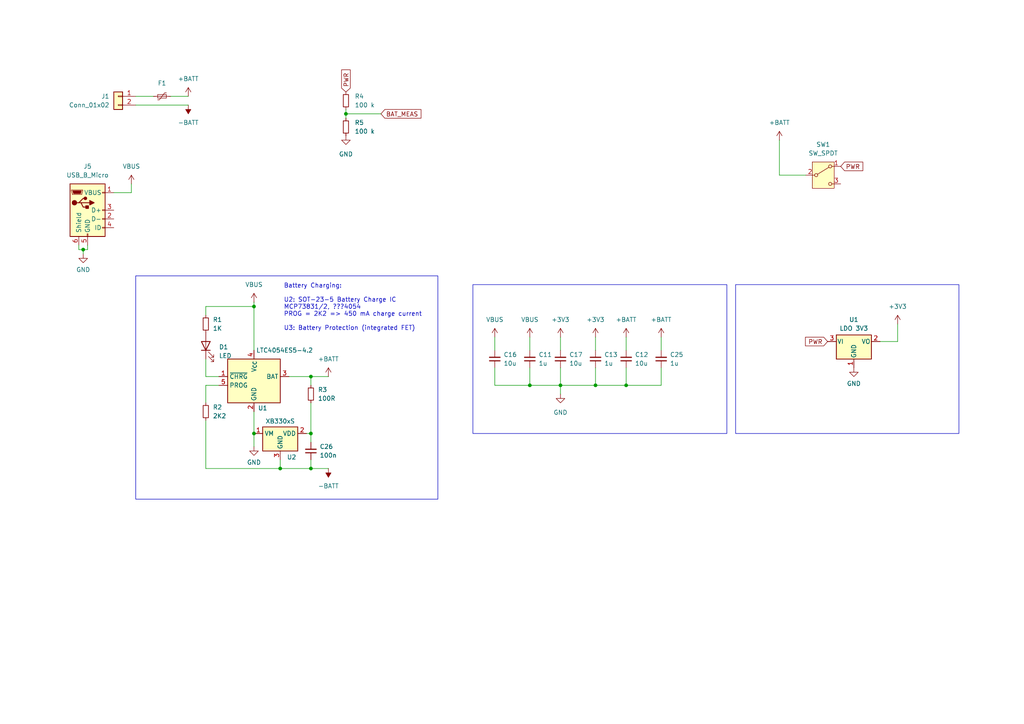
<source format=kicad_sch>
(kicad_sch (version 20231120) (generator "eeschema") (generator_version "8.0")
  (paper "A4")
  (lib_symbols
    (symbol "AvS_Battery_Management:XB330xA"
      (property "Reference" "U" (at -3.81 3.175 0))
      (property "Value" "XB330xS" (at 0 3.175 0))
      (symbol "XB330xA_0_1"
        (rectangle (start -5.08 1.905) (end 5.08 -5.08) (stroke (width 0.254)) (fill (type background)))
      )
      (symbol "XB330xA_1_1"
        (pin power_in line (at -7.62 0 0) (length 2.54) (name "VM") (number "1"))
        (pin power_out line (at 7.62 0 180) (length 2.54) (name "VDD") (number "2"))
        (pin input line (at 0 -7.62 90) (length 2.54) (name "GND") (number "3"))
      )
    )
    (symbol "Battery_Management:LTC4054ES5-4.2"
      (property "Reference" "U" (at -5.842 6.604 0))
      (property "Value" "LTC4054ES5-4.2" (at 1.524 6.604 0))
      (symbol "LTC4054ES5-4.2_0_1"
        (rectangle (start -7.62 5.08) (end 7.62 -7.62) (stroke (width 0.254)) (fill (type background)))
      )
      (symbol "LTC4054ES5-4.2_1_1"
        (pin open_collector line (at -10.16 0 0) (length 2.54) (name "~{CHRG}") (number "1"))
        (pin power_in line (at 0 -10.16 90) (length 2.54) (name "GND") (number "2"))
        (pin power_out line (at 10.16 0 180) (length 2.54) (name "BAT") (number "3"))
        (pin power_in line (at 0 7.62 270) (length 2.54) (name "V_{CC}") (number "4"))
        (pin bidirectional line (at -10.16 -2.54 0) (length 2.54) (name "PROG") (number "5"))
      )
    )
    (symbol "Connector:USB_B_Micro" (pin_names (offset 1.016))
      (property "Reference" "J" (at -5.08 11.43 0))
      (property "Value" "USB_B_Micro" (at -5.08 8.89 0))
      (symbol "USB_B_Micro_0_1"
        (rectangle (start -5.08 -7.62) (end 5.08 7.62) (stroke (width 0.254)) (fill (type background)))
        (circle (center -3.81 2.159) (radius 0.635) (stroke (width 0.254)) (fill (type outline)))
        (circle (center -0.635 3.429) (radius 0.381) (stroke (width 0.254)) (fill (type outline)))
        (rectangle (start -0.127 -7.62) (end 0.127 -6.858))
        (polyline (pts (xy -1.905 2.159) (xy 0.635 2.159)) (stroke (width 0.254)))
        (polyline (pts (xy -3.175 2.159) (xy -2.54 2.159) (xy -1.27 3.429) (xy -0.635 3.429)) (stroke (width 0.254)))
        (polyline (pts (xy -2.54 2.159) (xy -1.905 2.159) (xy -1.27 0.889) (xy 0 0.889)) (stroke (width 0.254)))
        (polyline (pts (xy 0.635 2.794) (xy 0.635 1.524) (xy 1.905 2.159) (xy 0.635 2.794)) (stroke (width 0.254)) (fill (type outline)))
        (polyline (pts (xy -4.318 5.588) (xy -1.778 5.588) (xy -2.032 4.826) (xy -4.064 4.826) (xy -4.318 5.588)) (fill (type outline)))
        (polyline (pts (xy -4.699 5.842) (xy -4.699 5.588) (xy -4.445 4.826) (xy -4.445 4.572) (xy -1.651 4.572) (xy -1.651 4.826) (xy -1.397 5.588) (xy -1.397 5.842) (xy -4.699 5.842)))
        (rectangle (start 0.254 1.27) (end -0.508 0.508) (stroke (width 0.254)) (fill (type outline)))
        (rectangle (start 5.08 -5.207) (end 4.318 -4.953))
        (rectangle (start 5.08 -2.667) (end 4.318 -2.413))
        (rectangle (start 5.08 -0.127) (end 4.318 0.127))
        (rectangle (start 5.08 4.953) (end 4.318 5.207))
      )
      (symbol "USB_B_Micro_1_1"
        (pin power_out line (at 7.62 5.08 180) (length 2.54) (name "VBUS") (number "1"))
        (pin bidirectional line (at 7.62 -2.54 180) (length 2.54) (name "D-") (number "2"))
        (pin bidirectional line (at 7.62 0 180) (length 2.54) (name "D+") (number "3"))
        (pin passive line (at 7.62 -5.08 180) (length 2.54) (name "ID") (number "4"))
        (pin power_out line (at 0 -10.16 90) (length 2.54) (name "GND") (number "5"))
        (pin passive line (at -2.54 -10.16 90) (length 2.54) (name "Shield") (number "6"))
      )
    )
    (symbol "Connector_Generic:Conn_01x02" (pin_names (offset 1.016) hide)
      (property "Reference" "J" (at 0 2.54 0))
      (property "Value" "Conn_01x02" (at 0 -5.08 0))
      (symbol "Conn_01x02_1_1"
        (rectangle (start -1.27 -2.413) (end 0 -2.667) (stroke (width 0.1524)))
        (rectangle (start -1.27 0.127) (end 0 -0.127) (stroke (width 0.1524)))
        (rectangle (start -1.27 1.27) (end 1.27 -3.81) (stroke (width 0.254)) (fill (type background)))
        (pin passive line (at -5.08 0 0) (length 3.81) (name "Pin_1") (number "1"))
        (pin passive line (at -5.08 -2.54 0) (length 3.81) (name "Pin_2") (number "2"))
      )
    )
    (symbol "Device:C_Small" (pin_numbers hide) (pin_names (offset 0.254) hide)
      (property "Reference" "C" (at 0.254 1.778 0))
      (property "Value" "C_Small" (at 0.254 -2.032 0))
      (symbol "C_Small_0_1"
        (polyline (pts (xy -1.524 -0.508) (xy 1.524 -0.508)) (stroke (width 0.3302)))
        (polyline (pts (xy -1.524 0.508) (xy 1.524 0.508)) (stroke (width 0.3048)))
      )
      (symbol "C_Small_1_1"
        (pin passive line (at 0 2.54 270) (length 2.032) (name "~") (number "1"))
        (pin passive line (at 0 -2.54 90) (length 2.032) (name "~") (number "2"))
      )
    )
    (symbol "Device:LED" (pin_numbers hide) (pin_names (offset 1.016) hide)
      (property "Reference" "D" (at 0 2.54 0))
      (property "Value" "LED" (at 0 -2.54 0))
      (symbol "LED_0_1"
        (polyline (pts (xy -1.27 -1.27) (xy -1.27 1.27)) (stroke (width 0.254)))
        (polyline (pts (xy -1.27 0) (xy 1.27 0)))
        (polyline (pts (xy 1.27 -1.27) (xy 1.27 1.27) (xy -1.27 0) (xy 1.27 -1.27)) (stroke (width 0.254)))
        (polyline (pts (xy -3.048 -0.762) (xy -4.572 -2.286) (xy -3.81 -2.286) (xy -4.572 -2.286) (xy -4.572 -1.524)))
        (polyline (pts (xy -1.778 -0.762) (xy -3.302 -2.286) (xy -2.54 -2.286) (xy -3.302 -2.286) (xy -3.302 -1.524)))
      )
      (symbol "LED_1_1"
        (pin passive line (at -3.81 0 0) (length 2.54) (name "K") (number "1"))
        (pin passive line (at 3.81 0 180) (length 2.54) (name "A") (number "2"))
      )
    )
    (symbol "Device:Polyfuse_Small" (pin_numbers hide) (pin_names (offset 0))
      (property "Reference" "F" (at -1.905 0 90))
      (property "Value" "Polyfuse_Small" (at 1.905 0 90))
      (symbol "Polyfuse_Small_0_1"
        (rectangle (start -0.508 1.27) (end 0.508 -1.27))
        (polyline (pts (xy 0 2.54) (xy 0 -2.54)))
        (polyline (pts (xy -1.016 1.27) (xy -1.016 0.762) (xy 1.016 -0.762) (xy 1.016 -1.27)))
      )
      (symbol "Polyfuse_Small_1_1"
        (pin passive line (at 0 2.54 270) (length 0.635) (name "~") (number "1"))
        (pin passive line (at 0 -2.54 90) (length 0.635) (name "~") (number "2"))
      )
    )
    (symbol "Device:R_Small" (pin_numbers hide) (pin_names (offset 0.254) hide)
      (property "Reference" "R" (at 0.762 0.508 0))
      (property "Value" "R_Small" (at 0.762 -1.016 0))
      (symbol "R_Small_0_1"
        (rectangle (start -0.762 1.778) (end 0.762 -1.778) (stroke (width 0.2032)))
      )
      (symbol "R_Small_1_1"
        (pin passive line (at 0 2.54 270) (length 0.762) (name "~") (number "1"))
        (pin passive line (at 0 -2.54 90) (length 0.762) (name "~") (number "2"))
      )
    )
    (symbol "Regulator_Linear:TPS7A0533PDBZ" (pin_names (offset 0.254))
      (property "Reference" "U" (at -3.81 3.175 0))
      (property "Value" "TPS7A0533PDBZ" (at 0 3.175 0))
      (symbol "TPS7A0533PDBZ_0_1"
        (rectangle (start -5.08 -5.08) (end 5.08 1.905) (stroke (width 0.254)) (fill (type background)))
      )
      (symbol "TPS7A0533PDBZ_1_1"
        (pin power_in line (at 0 -7.62 90) (length 2.54) (name "GND") (number "1"))
        (pin power_out line (at 7.62 0 180) (length 2.54) (name "VO") (number "2"))
        (pin power_in line (at -7.62 0 0) (length 2.54) (name "VI") (number "3"))
      )
    )
    (symbol "Switch:SW_SPDT" (pin_names (offset 0) hide)
      (property "Reference" "SW" (at 0 5.08 0))
      (property "Value" "SW_SPDT" (at 0 -5.08 0))
      (symbol "SW_SPDT_0_1"
        (circle (center -2.032 0) (radius 0.4572))
        (polyline (pts (xy -1.651 0.254) (xy 1.651 2.286)))
        (circle (center 2.032 -2.54) (radius 0.4572))
        (circle (center 2.032 2.54) (radius 0.4572))
      )
      (symbol "SW_SPDT_1_1"
        (rectangle (start -3.175 3.81) (end 3.175 -3.81) (fill (type background)))
        (pin passive line (at 5.08 2.54 180) (length 2.54) (name "A") (number "1"))
        (pin passive line (at -5.08 0 0) (length 2.54) (name "B") (number "2"))
        (pin passive line (at 5.08 -2.54 180) (length 2.54) (name "C") (number "3"))
      )
    )
    (symbol "power:+3V3" (power) (pin_names (offset 0))
      (property "Value" "+3V3" (at 0 3.556 0))
      (symbol "+3V3_0_1"
        (polyline (pts (xy -0.762 1.27) (xy 0 2.54)))
        (polyline (pts (xy 0 0) (xy 0 2.54)))
        (polyline (pts (xy 0 2.54) (xy 0.762 1.27)))
      )
      (symbol "+3V3_1_1"
        (pin power_in line (at 0 0 90) (length 0) hide (name "+3V3") (number "1"))
      )
    )
    (symbol "power:+BATT" (power) (pin_numbers hide) (pin_names (offset 0) hide)
      (property "Value" "+BATT" (at 0 3.556 0))
      (symbol "+BATT_0_1"
        (polyline (pts (xy -0.762 1.27) (xy 0 2.54)))
        (polyline (pts (xy 0 0) (xy 0 2.54)))
        (polyline (pts (xy 0 2.54) (xy 0.762 1.27)))
      )
      (symbol "+BATT_1_1"
        (pin power_in line (at 0 0 90) (length 0) (name "~") (number "1"))
      )
    )
    (symbol "power:-BATT" (power) (pin_numbers hide) (pin_names (offset 0) hide)
      (property "Value" "-BATT" (at 0 3.556 0))
      (symbol "-BATT_0_1"
        (polyline (pts (xy 0 0) (xy 0 2.54)))
        (polyline (pts (xy 0.762 1.27) (xy -0.762 1.27) (xy 0 2.54) (xy 0.762 1.27)) (fill (type outline)))
      )
      (symbol "-BATT_1_1"
        (pin power_in line (at 0 0 90) (length 0) (name "~") (number "1"))
      )
    )
    (symbol "power:GND" (power) (pin_names (offset 0))
      (property "Value" "GND" (at 0 -3.81 0))
      (symbol "GND_0_1"
        (polyline (pts (xy 0 0) (xy 0 -1.27) (xy 1.27 -1.27) (xy 0 -2.54) (xy -1.27 -1.27) (xy 0 -1.27)))
      )
      (symbol "GND_1_1"
        (pin power_in line (at 0 0 270) (length 0) hide (name "GND") (number "1"))
      )
    )
    (symbol "power:VBUS" (power) (pin_numbers hide) (pin_names (offset 0) hide)
      (property "Value" "VBUS" (at 0 3.556 0))
      (symbol "VBUS_0_1"
        (polyline (pts (xy -0.762 1.27) (xy 0 2.54)))
        (polyline (pts (xy 0 0) (xy 0 2.54)))
        (polyline (pts (xy 0 2.54) (xy 0.762 1.27)))
      )
      (symbol "VBUS_1_1"
        (pin power_in line (at 0 0 90) (length 0) (name "~") (number "1"))
      )
    )
  )
  (junction (at 73.66 125.73))
  (junction (at 100.33 33.02))
  (junction (at 90.17 135.89))
  (junction (at 81.28 135.89))
  (junction (at 153.67 111.76))
  (junction (at 90.17 125.73))
  (junction (at 73.66 88.9))
  (junction (at 162.56 111.76))
  (junction (at 181.61 111.76))
  (junction (at 172.72 111.76))
  (junction (at 24.13 72.39))
  (junction (at 90.17 109.22))
  (wire (pts (xy 90.17 125.73) (xy 88.9 125.73)))
  (wire (pts (xy 90.17 109.22) (xy 95.25 109.22)))
  (wire (pts (xy 59.69 121.92) (xy 59.69 135.89)))
  (wire (pts (xy 59.69 109.22) (xy 63.5 109.22)))
  (wire (pts (xy 162.56 97.79) (xy 162.56 101.6)))
  (wire (pts (xy 181.61 97.79) (xy 181.61 101.6)))
  (wire (pts (xy 38.1 53.34) (xy 38.1 55.88)))
  (wire (pts (xy 73.66 125.73) (xy 73.66 129.54)))
  (wire (pts (xy 100.33 33.02) (xy 100.33 34.29)))
  (wire (pts (xy 59.69 111.76) (xy 59.69 116.84)))
  (wire (pts (xy 73.66 88.9) (xy 73.66 101.6)))
  (wire (pts (xy 73.66 87.63) (xy 73.66 88.9)))
  (wire (pts (xy 25.4 71.12) (xy 25.4 72.39)))
  (wire (pts (xy 49.53 27.94) (xy 54.61 27.94)))
  (wire (pts (xy 153.67 106.68) (xy 153.67 111.76)))
  (wire (pts (xy 81.28 135.89) (xy 81.28 133.35)))
  (wire (pts (xy 59.69 88.9) (xy 73.66 88.9)))
  (wire (pts (xy 172.72 111.76) (xy 181.61 111.76)))
  (wire (pts (xy 22.86 72.39) (xy 24.13 72.39)))
  (wire (pts (xy 172.72 111.76) (xy 172.72 106.68)))
  (wire (pts (xy 24.13 72.39) (xy 24.13 73.66)))
  (wire (pts (xy 143.51 106.68) (xy 143.51 111.76)))
  (wire (pts (xy 59.69 135.89) (xy 81.28 135.89)))
  (wire (pts (xy 90.17 111.76) (xy 90.17 109.22)))
  (wire (pts (xy 143.51 111.76) (xy 153.67 111.76)))
  (wire (pts (xy 22.86 71.12) (xy 22.86 72.39)))
  (wire (pts (xy 191.77 111.76) (xy 191.77 106.68)))
  (wire (pts (xy 260.35 99.06) (xy 260.35 93.98)))
  (wire (pts (xy 39.37 30.48) (xy 54.61 30.48)))
  (wire (pts (xy 33.02 55.88) (xy 38.1 55.88)))
  (wire (pts (xy 100.33 33.02) (xy 110.49 33.02)))
  (wire (pts (xy 90.17 116.84) (xy 90.17 125.73)))
  (wire (pts (xy 90.17 125.73) (xy 90.17 128.27)))
  (wire (pts (xy 100.33 31.75) (xy 100.33 33.02)))
  (wire (pts (xy 172.72 97.79) (xy 172.72 101.6)))
  (wire (pts (xy 153.67 97.79) (xy 153.67 101.6)))
  (wire (pts (xy 255.27 99.06) (xy 260.35 99.06)))
  (wire (pts (xy 143.51 97.79) (xy 143.51 101.6)))
  (wire (pts (xy 59.69 104.14) (xy 59.69 109.22)))
  (wire (pts (xy 226.06 50.8) (xy 233.68 50.8)))
  (wire (pts (xy 24.13 72.39) (xy 25.4 72.39)))
  (wire (pts (xy 39.37 27.94) (xy 44.45 27.94)))
  (wire (pts (xy 181.61 111.76) (xy 191.77 111.76)))
  (wire (pts (xy 181.61 111.76) (xy 181.61 106.68)))
  (wire (pts (xy 63.5 111.76) (xy 59.69 111.76)))
  (wire (pts (xy 162.56 111.76) (xy 172.72 111.76)))
  (wire (pts (xy 90.17 135.89) (xy 95.25 135.89)))
  (wire (pts (xy 226.06 40.64) (xy 226.06 50.8)))
  (wire (pts (xy 162.56 111.76) (xy 162.56 106.68)))
  (wire (pts (xy 73.66 119.38) (xy 73.66 125.73)))
  (wire (pts (xy 191.77 97.79) (xy 191.77 101.6)))
  (wire (pts (xy 83.82 109.22) (xy 90.17 109.22)))
  (wire (pts (xy 153.67 111.76) (xy 162.56 111.76)))
  (wire (pts (xy 162.56 111.76) (xy 162.56 114.3)))
  (wire (pts (xy 90.17 135.89) (xy 81.28 135.89)))
  (wire (pts (xy 59.69 88.9) (xy 59.69 91.44)))
  (wire (pts (xy 90.17 133.35) (xy 90.17 135.89)))
  (rectangle (start 213.36 82.55) (end 278.13 125.73))
  (rectangle (start 137.16 82.55) (end 210.82 125.73))
  (rectangle (start 39.37 80.01) (end 127 144.78))
  (text "Battery Charging:\n\nU2: SOT-23-5 Battery Charge IC\nMCP73831/2, ???4054\nPROG = 2K2 => 450 mA charge current\n\nU3: Battery Protection (integrated FET)" (at 82.296 96.012 0) (effects (font (size 1.27 1.27)) (justify left bottom)))
  (global_label "PWR" (shape input) (at 243.84 48.26 0) (property "Intersheetrefs" "${INTERSHEET_REFS}" (effects (hide yes))))
  (global_label "BAT_MEAS" (shape input) (at 110.49 33.02 0) (property "Intersheetrefs" "${INTERSHEET_REFS}" (effects (hide yes))))
  (global_label "PWR" (shape input) (at 240.03 99.06 180) (property "Intersheetrefs" "${INTERSHEET_REFS}" (effects (hide yes))))
  (global_label "PWR" (shape input) (at 100.33 26.67 90) (property "Intersheetrefs" "${INTERSHEET_REFS}" (effects (hide yes))))
  (symbol (lib_id "power:-BATT") (at 54.61 30.48 180) (unit 1)
    (property "Reference" "#PWR025" (effects (hide yes)))
    (property "Value" "-BATT" (at 54.61 35.56 0))
    (property "Description" "Power symbol creates a global label with name \"-BATT\"" (effects (hide yes)))
  )
  (symbol (lib_id "power:VBUS") (at 143.51 97.79 0) (unit 1)
    (property "Reference" "#PWR015" (effects (hide yes)))
    (property "Value" "VBUS" (at 143.51 92.71 0))
    (property "Description" "Power symbol creates a global label with name \"VBUS\"" (effects (hide yes)))
  )
  (symbol (lib_id "Device:C_Small") (at 90.17 130.81 180) (unit 1)
    (property "Reference" "C26" (at 92.71 129.5336 0) (effects (justify right)))
    (property "Value" "100n" (at 92.71 132.0736 0) (effects (justify right)))
    (property "Footprint" "Capacitor_SMD:C_0805_2012Metric" (effects (hide yes)))
    (instances (project "sim800x_break" (path "" (reference "C26") (unit 1))) (project "sim800x_break" (path "" (reference "C7") (unit 1))))
  )
  (symbol (lib_id "Device:C_Small") (at 181.61 104.14 180) (unit 1)
    (property "Reference" "C12" (at 184.15 102.8636 0) (effects (justify right)))
    (property "Value" "10u" (at 184.15 105.4036 0) (effects (justify right)))
    (property "Footprint" "Capacitor_SMD:C_0805_2012Metric" (effects (hide yes)))
    (instances (project "sim800x_break" (path "" (reference "C12") (unit 1))) (project "sim800x_break" (path "" (reference "C5") (unit 1))))
  )
  (symbol (lib_id "Device:R_Small") (at 59.69 93.98 0) (unit 1)
    (property "Reference" "R1" (at 61.722 92.71 0) (effects (justify left)))
    (property "Value" "1K" (at 61.722 95.25 0) (effects (justify left)))
    (property "Footprint" "Resistor_SMD:R_0805_2012Metric" (effects (hide yes)))
    (instances (project "sim800x_break" (path "" (reference "R1") (unit 1)) (path "" (reference "R10") (unit 1))) (project "dcdc" (path "" (reference "R1") (unit 1))) (project "sim800x_break" (path "" (reference "R1") (unit 1))))
  )
  (symbol (lib_id "Device:R_Small") (at 90.17 114.3 0) (unit 1)
    (property "Reference" "R3" (at 92.202 113.03 0) (effects (justify left)))
    (property "Value" "100R" (at 92.202 115.57 0) (effects (justify left)))
    (property "Footprint" "Resistor_SMD:R_0805_2012Metric" (effects (hide yes)))
    (instances (project "sim800x_break" (path "" (reference "R3") (unit 1)) (path "" (reference "R15") (unit 1))) (project "dcdc" (path "" (reference "R3") (unit 1))) (project "sim800x_break" (path "" (reference "R2") (unit 1))))
  )
  (symbol (lib_id "power:VBUS") (at 73.66 87.63 0) (unit 1)
    (property "Reference" "#PWR020" (effects (hide yes)))
    (property "Value" "VBUS" (at 73.66 82.55 0))
    (property "Description" "Power symbol creates a global label with name \"VBUS\"" (effects (hide yes)))
  )
  (symbol (lib_id "power:GND") (at 162.56 114.3 0) (unit 1)
    (property "Reference" "#PWR023" (effects (hide yes)))
    (property "Value" "GND" (at 162.56 119.634 0))
    (instances (project "sim800x_break" (path "" (reference "#PWR023") (unit 1))) (project "sim800x_break" (path "" (reference "#PWR02") (unit 1))))
  )
  (symbol (lib_id "Device:Polyfuse_Small") (at 46.99 27.94 90) (unit 1)
    (property "Reference" "F1" (at 46.99 24.13 90))
    (property "Value" "Polyfuse_Small" (effects (hide yes)))
    (property "Footprint" "Fuse:Fuse_0805_2012Metric" (effects (hide yes)))
    (property "Description" "Resettable fuse, polymeric positive temperature coefficient, small symbol" (effects (hide yes)))
  )
  (symbol (lib_id "power:GND") (at 247.65 106.68 0) (unit 1)
    (property "Reference" "#PWR08" (effects (hide yes)))
    (property "Value" "GND" (at 247.65 111.252 0))
  )
  (symbol (lib_id "power:+BATT") (at 95.25 109.22 0) (unit 1)
    (property "Reference" "#PWR022" (effects (hide yes)))
    (property "Value" "+BATT" (at 95.25 104.14 0))
    (property "Description" "Power symbol creates a global label with name \"+BATT\"" (effects (hide yes)))
  )
  (symbol (lib_id "Device:R_Small") (at 59.69 119.38 0) (unit 1)
    (property "Reference" "R2" (at 61.722 118.11 0) (effects (justify left)))
    (property "Value" "2K2" (at 61.722 120.65 0) (effects (justify left)))
    (property "Footprint" "Resistor_SMD:R_0805_2012Metric" (effects (hide yes)))
    (instances (project "sim800x_break" (path "" (reference "R2") (unit 1)) (path "" (reference "R11") (unit 1))) (project "dcdc" (path "" (reference "R2") (unit 1))) (project "sim800x_break" (path "" (reference "R3") (unit 1))))
  )
  (symbol (lib_id "Regulator_Linear:TPS7A0533PDBZ") (at 247.65 99.06 0) (unit 1)
    (property "Reference" "U1" (at 247.65 92.71 0))
    (property "Value" "LDO 3V3" (at 247.65 95.25 0))
    (property "Footprint" "Package_TO_SOT_SMD:SOT-23" (effects (hide yes)))
    (property "Datasheet" "https://www.ti.com/lit/ds/symlink/tps7a05.pdf" (effects (hide yes)))
    (property "Description" "200-mA Ultra-Low-Iq LDO, 3.3V, SOT-23-3" (effects (hide yes)))
  )
  (symbol (lib_id "power:VBUS") (at 153.67 97.79 0) (unit 1)
    (property "Reference" "#PWR017" (effects (hide yes)))
    (property "Value" "VBUS" (at 153.67 92.71 0))
    (property "Description" "Power symbol creates a global label with name \"VBUS\"" (effects (hide yes)))
  )
  (symbol (lib_id "Battery_Management:LTC4054ES5-4.2") (at 73.66 109.22 0) (unit 1)
    (property "Reference" "U1" (at 76.2 118.364 0))
    (property "Value" "LTC4054ES5-4.2" (at 82.55 101.6 0))
    (property "Footprint" "Package_TO_SOT_SMD:TSOT-23-5" (effects (hide yes)))
    (property "Datasheet" "https://www.analog.com/media/en/technical-documentation/data-sheets/405442xf.pdf" (effects (hide yes)))
    (instances (project "sim800x_break" (path "" (reference "U1") (unit 1)) (path "" (reference "U2") (unit 1))) (project "dcdc" (path "" (reference "U1") (unit 1))) (project "sim800x_break" (path "" (reference "U2") (unit 1))))
  )
  (symbol (lib_id "Device:C_Small") (at 191.77 104.14 180) (unit 1)
    (property "Reference" "C25" (at 194.31 102.8636 0) (effects (justify right)))
    (property "Value" "1u" (at 194.31 105.4036 0) (effects (justify right)))
    (property "Footprint" "Capacitor_SMD:C_0805_2012Metric" (effects (hide yes)))
    (instances (project "sim800x_break" (path "" (reference "C25") (unit 1))) (project "sim800x_break" (path "" (reference "C6") (unit 1))))
  )
  (symbol (lib_id "power:GND") (at 100.33 39.37 0) (unit 1)
    (property "Reference" "#PWR010" (effects (hide yes)))
    (property "Value" "GND" (at 100.33 44.704 0))
  )
  (symbol (lib_id "power:+BATT") (at 181.61 97.79 0) (unit 1)
    (property "Reference" "#PWR026" (effects (hide yes)))
    (property "Value" "+BATT" (at 181.61 92.71 0))
    (property "Description" "Power symbol creates a global label with name \"+BATT\"" (effects (hide yes)))
  )
  (symbol (lib_id "power:GND") (at 24.13 73.66 0) (unit 1)
    (property "Reference" "#PWR01" (effects (hide yes)))
    (property "Value" "GND" (at 24.13 78.232 0))
    (instances (project "sim800x_break" (path "" (reference "#PWR01") (unit 1)) (path "" (reference "#PWR021") (unit 1))) (project "sim800x_break" (path "" (reference "#PWR01") (unit 1))))
  )
  (symbol (lib_id "power:+3V3") (at 162.56 97.79 0) (unit 1)
    (property "Reference" "#PWR018" (effects (hide yes)))
    (property "Value" "+3V3" (at 162.56 92.71 0))
  )
  (symbol (lib_id "Device:R_Small") (at 100.33 36.83 0) (unit 1)
    (property "Reference" "R5" (at 102.87 35.5599 0) (effects (justify left)))
    (property "Value" "100 k" (at 102.87 38.0999 0) (effects (justify left)))
    (property "Footprint" "Resistor_SMD:R_0805_2012Metric" (effects (hide yes)))
    (property "Description" "Resistor, small symbol" (effects (hide yes)))
  )
  (symbol (lib_id "Device:C_Small") (at 172.72 104.14 180) (unit 1)
    (property "Reference" "C13" (at 175.26 102.8636 0) (effects (justify right)))
    (property "Value" "1u" (at 175.26 105.4036 0) (effects (justify right)))
    (property "Footprint" "Capacitor_SMD:C_0805_2012Metric" (effects (hide yes)))
    (instances (project "sim800x_break" (path "" (reference "C13") (unit 1))) (project "sim800x_break" (path "" (reference "C4") (unit 1))))
  )
  (symbol (lib_id "power:GND") (at 73.66 129.54 0) (unit 1)
    (property "Reference" "#PWR01" (effects (hide yes)))
    (property "Value" "GND" (at 73.66 134.112 0))
    (instances (project "sim800x_break" (path "" (reference "#PWR01") (unit 1)) (path "" (reference "#PWR08") (unit 1))) (project "dcdc" (path "" (reference "#PWR01") (unit 1))) (project "sim800x_break" (path "" (reference "#PWR03") (unit 1))))
  )
  (symbol (lib_id "power:-BATT") (at 95.25 135.89 180) (unit 1)
    (property "Reference" "#PWR023" (effects (hide yes)))
    (property "Value" "-BATT" (at 95.25 140.97 0))
    (property "Description" "Power symbol creates a global label with name \"-BATT\"" (effects (hide yes)))
  )
  (symbol (lib_id "Connector:USB_B_Micro") (at 25.4 60.96 0) (unit 1)
    (property "Reference" "J5" (at 25.4 48.26 0))
    (property "Value" "USB_B_Micro" (at 25.4 50.8 0))
    (property "Footprint" "AvS_Connector:USB_Micro-B_XKB_U254-05XX-4BH806" (effects (hide yes)))
    (instances (project "sim800x_break" (path "" (reference "J5") (unit 1))) (project "sim800x_break" (path "" (reference "J2") (unit 1))))
  )
  (symbol (lib_id "Device:C_Small") (at 143.51 104.14 180) (unit 1)
    (property "Reference" "C16" (at 146.05 102.8636 0) (effects (justify right)))
    (property "Value" "10u" (at 146.05 105.4036 0) (effects (justify right)))
    (property "Footprint" "Capacitor_SMD:C_0805_2012Metric" (effects (hide yes)))
    (instances (project "sim800x_break" (path "" (reference "C16") (unit 1))) (project "sim800x_break" (path "" (reference "C1") (unit 1))))
  )
  (symbol (lib_id "Device:C_Small") (at 162.56 104.14 180) (unit 1)
    (property "Reference" "C17" (at 165.1 102.8636 0) (effects (justify right)))
    (property "Value" "10u" (at 165.1 105.4036 0) (effects (justify right)))
    (property "Footprint" "Capacitor_SMD:C_0805_2012Metric" (effects (hide yes)))
    (instances (project "sim800x_break" (path "" (reference "C17") (unit 1))) (project "sim800x_break" (path "" (reference "C3") (unit 1))))
  )
  (symbol (lib_id "Switch:SW_SPDT") (at 238.76 50.8 0) (unit 1)
    (property "Reference" "SW1" (at 238.76 41.91 0))
    (property "Value" "SW_SPDT" (at 238.76 44.45 0))
    (property "Footprint" "Button_Switch_THT:SW_Slide-03_Wuerth-WS-SLTV_10x2.5x6.4_P2.54mm" (effects (hide yes)))
    (property "Description" "Switch, single pole double throw" (effects (hide yes)))
  )
  (symbol (lib_id "power:+BATT") (at 54.61 27.94 0) (unit 1)
    (property "Reference" "#PWR024" (effects (hide yes)))
    (property "Value" "+BATT" (at 54.61 22.86 0))
    (property "Description" "Power symbol creates a global label with name \"+BATT\"" (effects (hide yes)))
  )
  (symbol (lib_id "Device:R_Small") (at 100.33 29.21 0) (unit 1)
    (property "Reference" "R4" (at 102.87 27.9399 0) (effects (justify left)))
    (property "Value" "100 k" (at 102.87 30.4799 0) (effects (justify left)))
    (property "Footprint" "Resistor_SMD:R_0805_2012Metric" (effects (hide yes)))
    (property "Description" "Resistor, small symbol" (effects (hide yes)))
  )
  (symbol (lib_id "power:+3V3") (at 172.72 97.79 0) (unit 1)
    (property "Reference" "#PWR019" (effects (hide yes)))
    (property "Value" "+3V3" (at 172.72 92.71 0))
  )
  (symbol (lib_id "AvS_Battery_Management:XB330xA") (at 81.28 125.73 0) (unit 1)
    (property "Reference" "U2" (at 84.582 132.588 0))
    (property "Value" "XB330xS" (at 81.28 122.174 0))
    (property "Footprint" "Package_TO_SOT_SMD:SOT-23-3" (effects (hide yes)))
    (instances (project "sim800x_break" (path "" (reference "U2") (unit 1)) (path "" (reference "U3") (unit 1))) (project "dcdc" (path "" (reference "U2") (unit 1))) (project "sim800x_break" (path "" (reference "U3") (unit 1))))
  )
  (symbol (lib_id "power:+BATT") (at 191.77 97.79 0) (unit 1)
    (property "Reference" "#PWR027" (effects (hide yes)))
    (property "Value" "+BATT" (at 191.77 92.71 0))
    (property "Description" "Power symbol creates a global label with name \"+BATT\"" (effects (hide yes)))
  )
  (symbol (lib_id "power:VBUS") (at 38.1 53.34 0) (unit 1)
    (property "Reference" "#PWR021" (effects (hide yes)))
    (property "Value" "VBUS" (at 38.1 48.26 0))
    (property "Description" "Power symbol creates a global label with name \"VBUS\"" (effects (hide yes)))
  )
  (symbol (lib_id "Connector_Generic:Conn_01x02") (at 34.29 27.94 0) (mirror y) (unit 1)
    (property "Reference" "J1" (at 31.75 27.94 0) (effects (justify left)))
    (property "Value" "Conn_01x02" (at 31.75 30.48 0) (effects (justify left)))
    (property "Footprint" "Connector_PinHeader_2.54mm:PinHeader_1x02_P2.54mm_Horizontal" (effects (hide yes)))
    (instances (project "sim800x_break" (path "" (reference "J1") (unit 1)) (path "" (reference "J2") (unit 1)) (path "" (reference "J1") (unit 1))) (project "sim800x_break" (path "" (reference "J1") (unit 1))))
  )
  (symbol (lib_id "Device:C_Small") (at 153.67 104.14 180) (unit 1)
    (property "Reference" "C11" (at 156.21 102.8636 0) (effects (justify right)))
    (property "Value" "1u" (at 156.21 105.4036 0) (effects (justify right)))
    (property "Footprint" "Capacitor_SMD:C_0805_2012Metric" (effects (hide yes)))
    (instances (project "sim800x_break" (path "" (reference "C11") (unit 1))) (project "sim800x_break" (path "" (reference "C2") (unit 1))))
  )
  (symbol (lib_id "Device:LED") (at 59.69 100.33 90) (unit 1)
    (property "Reference" "D1" (at 63.5 100.6475 90) (effects (justify right)))
    (property "Value" "LED" (at 63.5 103.1875 90) (effects (justify right)))
    (property "Footprint" "LED_SMD:LED_0805_2012Metric" (effects (hide yes)))
    (instances (project "sim800x_break" (path "" (reference "D1") (unit 1)) (path "" (reference "D1") (unit 1))) (project "dcdc" (path "" (reference "D5") (unit 1))) (project "sim800x_break" (path "" (reference "D1") (unit 1))))
  )
  (symbol (lib_id "power:+3V3") (at 260.35 93.98 0) (unit 1)
    (property "Reference" "#PWR016" (effects (hide yes)))
    (property "Value" "+3V3" (at 260.35 88.9 0))
  )
  (symbol (lib_id "power:+BATT") (at 226.06 40.64 0) (unit 1)
    (property "Reference" "#PWR028" (effects (hide yes)))
    (property "Value" "+BATT" (at 226.06 35.56 0))
    (property "Description" "Power symbol creates a global label with name \"+BATT\"" (effects (hide yes)))
  )
)
</source>
